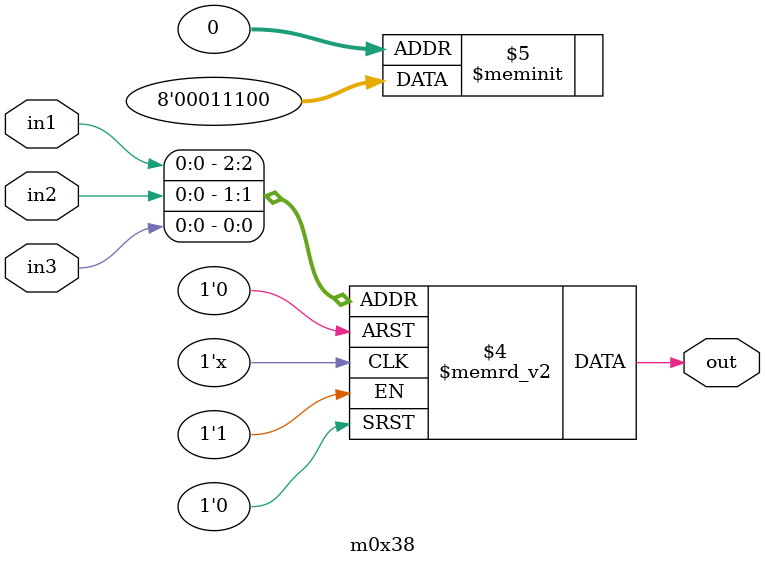
<source format=v>
module m0x38(output out, input in1, in2, in3);

   always @(in1, in2, in3)
     begin
        case({in1, in2, in3})
          3'b000: {out} = 1'b0;
          3'b001: {out} = 1'b0;
          3'b010: {out} = 1'b1;
          3'b011: {out} = 1'b1;
          3'b100: {out} = 1'b1;
          3'b101: {out} = 1'b0;
          3'b110: {out} = 1'b0;
          3'b111: {out} = 1'b0;
        endcase // case ({in1, in2, in3})
     end // always @ (in1, in2, in3)

endmodule // m0x38
</source>
